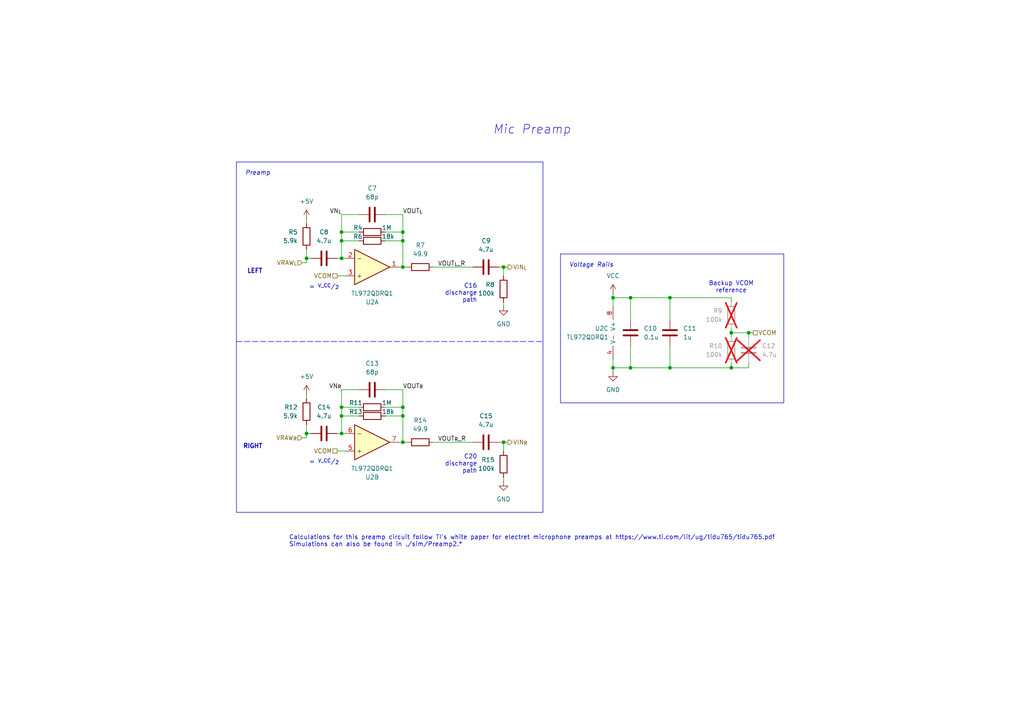
<source format=kicad_sch>
(kicad_sch (version 20231120) (generator "eeschema") (generator_version "8.0")
  (paper "A4")
  (title_block (title "Microphone Preamplifier") (date "2024-09-15") (rev "1") (company "Tachyon PCBAs") (comment 1 "first try surely"))
  (lib_symbols
    (symbol "Device:C" (pin_numbers hide) (pin_names (offset 0.254))
      (property "Reference" "C" (at 0.635 2.54 0))
      (property "Value" "C" (at 0.635 -2.54 0))
      (symbol "C_0_1"
        (polyline (pts (xy -2.032 -0.762) (xy 2.032 -0.762)) (stroke (width 0.508)))
        (polyline (pts (xy -2.032 0.762) (xy 2.032 0.762)) (stroke (width 0.508)))
      )
      (symbol "C_1_1"
        (pin passive line (at 0 3.81 270) (length 2.794) (name "~") (number "1"))
        (pin passive line (at 0 -3.81 90) (length 2.794) (name "~") (number "2"))
      )
    )
    (symbol "Device:Opamp_Dual"
      (property "Reference" "U" (at 0 5.08 0))
      (property "Value" "Opamp_Dual" (at 0 -5.08 0))
      (symbol "Opamp_Dual_1_1"
        (polyline (pts (xy -5.08 5.08) (xy 5.08 0) (xy -5.08 -5.08) (xy -5.08 5.08)) (stroke (width 0.254)) (fill (type background)))
        (pin output line (at 7.62 0 180) (length 2.54) (name "~") (number "1"))
        (pin input line (at -7.62 -2.54 0) (length 2.54) (name "-") (number "2"))
        (pin input line (at -7.62 2.54 0) (length 2.54) (name "+") (number "3"))
      )
      (symbol "Opamp_Dual_2_1"
        (polyline (pts (xy -5.08 5.08) (xy 5.08 0) (xy -5.08 -5.08) (xy -5.08 5.08)) (stroke (width 0.254)) (fill (type background)))
        (pin input line (at -7.62 2.54 0) (length 2.54) (name "+") (number "5"))
        (pin input line (at -7.62 -2.54 0) (length 2.54) (name "-") (number "6"))
        (pin output line (at 7.62 0 180) (length 2.54) (name "~") (number "7"))
      )
      (symbol "Opamp_Dual_3_1"
        (pin power_in line (at -2.54 -7.62 90) (length 3.81) (name "V-") (number "4"))
        (pin power_in line (at -2.54 7.62 270) (length 3.81) (name "V+") (number "8"))
      )
    )
    (symbol "Device:R" (pin_numbers hide) (pin_names (offset 0))
      (property "Reference" "R" (at 2.032 0 90))
      (property "Value" "R" (at 0 0 90))
      (symbol "R_0_1"
        (rectangle (start -1.016 -2.54) (end 1.016 2.54) (stroke (width 0.254)))
      )
      (symbol "R_1_1"
        (pin passive line (at 0 3.81 270) (length 1.27) (name "~") (number "1"))
        (pin passive line (at 0 -3.81 90) (length 1.27) (name "~") (number "2"))
      )
    )
    (symbol "power:+5V" (power) (pin_numbers hide) (pin_names (offset 0) hide)
      (property "Value" "+5V" (at 0 3.556 0))
      (symbol "+5V_0_1"
        (polyline (pts (xy -0.762 1.27) (xy 0 2.54)))
        (polyline (pts (xy 0 0) (xy 0 2.54)))
        (polyline (pts (xy 0 2.54) (xy 0.762 1.27)))
      )
      (symbol "+5V_1_1"
        (pin power_in line (at 0 0 90) (length 0) (name "~") (number "1"))
      )
    )
    (symbol "power:GND" (power) (pin_numbers hide) (pin_names (offset 0) hide)
      (property "Value" "GND" (at 0 -3.81 0))
      (symbol "GND_0_1"
        (polyline (pts (xy 0 0) (xy 0 -1.27) (xy 1.27 -1.27) (xy 0 -2.54) (xy -1.27 -1.27) (xy 0 -1.27)))
      )
      (symbol "GND_1_1"
        (pin power_in line (at 0 0 270) (length 0) (name "~") (number "1"))
      )
    )
    (symbol "power:VCC" (power) (pin_numbers hide) (pin_names (offset 0) hide)
      (property "Value" "VCC" (at 0 3.556 0))
      (symbol "VCC_0_1"
        (polyline (pts (xy -0.762 1.27) (xy 0 2.54)))
        (polyline (pts (xy 0 0) (xy 0 2.54)))
        (polyline (pts (xy 0 2.54) (xy 0.762 1.27)))
      )
      (symbol "VCC_1_1"
        (pin power_in line (at 0 0 90) (length 0) (name "~") (number "1"))
      )
    )
  )
  (junction (at 116.84 69.85))
  (junction (at 177.8 106.68))
  (junction (at 99.06 125.73))
  (junction (at 116.84 77.47))
  (junction (at 88.9 125.73))
  (junction (at 212.09 106.68))
  (junction (at 182.88 106.68))
  (junction (at 88.9 74.93))
  (junction (at 99.06 69.85))
  (junction (at 146.05 77.47))
  (junction (at 116.84 128.27))
  (junction (at 194.31 106.68))
  (junction (at 99.06 120.65))
  (junction (at 116.84 118.11))
  (junction (at 116.84 67.31))
  (junction (at 194.31 86.36))
  (junction (at 146.05 128.27))
  (junction (at 116.84 120.65))
  (junction (at 182.88 86.36))
  (junction (at 212.09 96.52))
  (junction (at 99.06 74.93))
  (junction (at 99.06 118.11))
  (junction (at 99.06 67.31))
  (junction (at 217.17 96.52))
  (junction (at 177.8 86.36))
  (wire (pts (xy 116.84 113.03) (xy 111.76 113.03)))
  (wire (pts (xy 99.06 67.31) (xy 99.06 69.85)))
  (wire (pts (xy 116.84 62.23) (xy 111.76 62.23)))
  (wire (pts (xy 217.17 96.52) (xy 218.44 96.52)))
  (wire (pts (xy 111.76 67.31) (xy 116.84 67.31)))
  (wire (pts (xy 212.09 86.36) (xy 212.09 87.63)))
  (polyline (pts (xy 68.58 99.06) (xy 157.48 99.06)) (stroke (width 0) (type dash)))
  (wire (pts (xy 99.06 69.85) (xy 99.06 74.93)))
  (wire (pts (xy 118.11 77.47) (xy 116.84 77.47)))
  (wire (pts (xy 217.17 106.68) (xy 212.09 106.68)))
  (wire (pts (xy 111.76 120.65) (xy 116.84 120.65)))
  (wire (pts (xy 146.05 128.27) (xy 144.78 128.27)))
  (wire (pts (xy 97.79 80.01) (xy 100.33 80.01)))
  (wire (pts (xy 104.14 113.03) (xy 99.06 113.03)))
  (wire (pts (xy 212.09 95.25) (xy 212.09 96.52)))
  (wire (pts (xy 212.09 96.52) (xy 212.09 97.79)))
  (wire (pts (xy 116.84 118.11) (xy 116.84 120.65)))
  (wire (pts (xy 99.06 118.11) (xy 104.14 118.11)))
  (wire (pts (xy 146.05 128.27) (xy 147.32 128.27)))
  (wire (pts (xy 99.06 62.23) (xy 99.06 67.31)))
  (wire (pts (xy 146.05 77.47) (xy 147.32 77.47)))
  (wire (pts (xy 116.84 67.31) (xy 116.84 69.85)))
  (wire (pts (xy 88.9 63.5) (xy 88.9 64.77)))
  (wire (pts (xy 116.84 118.11) (xy 116.84 113.03)))
  (wire (pts (xy 118.11 128.27) (xy 116.84 128.27)))
  (wire (pts (xy 99.06 120.65) (xy 104.14 120.65)))
  (wire (pts (xy 97.79 130.81) (xy 100.33 130.81)))
  (wire (pts (xy 88.9 72.39) (xy 88.9 74.93)))
  (wire (pts (xy 125.73 77.47) (xy 137.16 77.47)))
  (wire (pts (xy 182.88 106.68) (xy 177.8 106.68)))
  (wire (pts (xy 99.06 120.65) (xy 99.06 125.73)))
  (wire (pts (xy 146.05 80.01) (xy 146.05 77.47)))
  (wire (pts (xy 217.17 96.52) (xy 217.17 97.79)))
  (wire (pts (xy 99.06 118.11) (xy 99.06 120.65)))
  (wire (pts (xy 99.06 74.93) (xy 100.33 74.93)))
  (wire (pts (xy 212.09 105.41) (xy 212.09 106.68)))
  (wire (pts (xy 88.9 76.2) (xy 88.9 74.93)))
  (wire (pts (xy 177.8 85.09) (xy 177.8 86.36)))
  (wire (pts (xy 88.9 127) (xy 88.9 125.73)))
  (wire (pts (xy 194.31 86.36) (xy 194.31 92.71)))
  (wire (pts (xy 182.88 100.33) (xy 182.88 106.68)))
  (wire (pts (xy 99.06 125.73) (xy 100.33 125.73)))
  (wire (pts (xy 116.84 77.47) (xy 115.57 77.47)))
  (wire (pts (xy 182.88 86.36) (xy 182.88 92.71)))
  (wire (pts (xy 88.9 114.3) (xy 88.9 115.57)))
  (wire (pts (xy 194.31 106.68) (xy 182.88 106.68)))
  (wire (pts (xy 146.05 87.63) (xy 146.05 88.9)))
  (wire (pts (xy 99.06 69.85) (xy 104.14 69.85)))
  (wire (pts (xy 177.8 86.36) (xy 177.8 88.9)))
  (wire (pts (xy 125.73 128.27) (xy 137.16 128.27)))
  (wire (pts (xy 116.84 67.31) (xy 116.84 62.23)))
  (wire (pts (xy 177.8 86.36) (xy 182.88 86.36)))
  (wire (pts (xy 116.84 128.27) (xy 115.57 128.27)))
  (wire (pts (xy 146.05 138.43) (xy 146.05 139.7)))
  (wire (pts (xy 194.31 86.36) (xy 212.09 86.36)))
  (wire (pts (xy 146.05 77.47) (xy 144.78 77.47)))
  (wire (pts (xy 212.09 96.52) (xy 217.17 96.52)))
  (wire (pts (xy 87.63 127) (xy 88.9 127)))
  (wire (pts (xy 88.9 74.93) (xy 90.17 74.93)))
  (wire (pts (xy 182.88 86.36) (xy 194.31 86.36)))
  (wire (pts (xy 177.8 104.14) (xy 177.8 106.68)))
  (wire (pts (xy 104.14 62.23) (xy 99.06 62.23)))
  (wire (pts (xy 194.31 106.68) (xy 212.09 106.68)))
  (wire (pts (xy 97.79 125.73) (xy 99.06 125.73)))
  (wire (pts (xy 97.79 74.93) (xy 99.06 74.93)))
  (wire (pts (xy 177.8 106.68) (xy 177.8 107.95)))
  (wire (pts (xy 99.06 113.03) (xy 99.06 118.11)))
  (wire (pts (xy 88.9 123.19) (xy 88.9 125.73)))
  (wire (pts (xy 99.06 67.31) (xy 104.14 67.31)))
  (wire (pts (xy 111.76 69.85) (xy 116.84 69.85)))
  (wire (pts (xy 217.17 105.41) (xy 217.17 106.68)))
  (wire (pts (xy 88.9 125.73) (xy 90.17 125.73)))
  (wire (pts (xy 146.05 130.81) (xy 146.05 128.27)))
  (wire (pts (xy 87.63 76.2) (xy 88.9 76.2)))
  (wire (pts (xy 194.31 100.33) (xy 194.31 106.68)))
  (wire (pts (xy 116.84 69.85) (xy 116.84 77.47)))
  (wire (pts (xy 111.76 118.11) (xy 116.84 118.11)))
  (wire (pts (xy 116.84 120.65) (xy 116.84 128.27)))
  (rectangle (start 68.58 46.99) (end 157.48 148.59))
  (rectangle (start 162.56 73.66) (end 227.33 116.84))
  (text "RIGHT" (at 76.2 129.54 0) (effects (font (size 1.27 1.27) (thickness 0.254) (bold yes)) (justify right)))
  (text "= ^{V_CC}/_{2}" (at 93.98 133.35 0) (effects (font (size 1.27 1.27)) (justify top)))
  (text "LEFT" (at 76.2 78.74 0) (effects (font (size 1.27 1.27) (thickness 0.254) (bold yes)) (justify right)))
  (text "Mic Preamp" (at 154.305 36.195 0) (effects (font (size 2.54 2.54) (italic yes)) (justify top)))
  (text "C20\ndischarge\npath" (at 138.43 134.62 0) (effects (font (size 1.27 1.27)) (justify right)))
  (text "Backup VCOM\nreference" (at 212.09 85.09 0) (effects (font (size 1.27 1.27)) (justify bottom)))
  (text "Calculations for this preamp circuit follow TI's white paper for electret microphone preamps at https://www.ti.com/lit/ug/tidu765/tidu765.pdf\nSimulations can also be found in ./sim/Preamp2.*" (at 83.82 158.75 0) (effects (font (size 1.27 1.27)) (justify left bottom)))
  (text "= ^{V_CC}/_{2}" (at 93.98 82.55 0) (effects (font (size 1.27 1.27)) (justify top)))
  (text "Voltage Rails" (at 165.1 76.2 0) (effects (font (size 1.27 1.27) (italic yes)) (justify left top)))
  (text "Preamp" (at 71.12 49.53 0) (effects (font (size 1.27 1.27) (italic yes)) (justify left top)))
  (text "C16\ndischarge\npath" (at 138.43 85.09 0) (effects (font (size 1.27 1.27)) (justify right)))
  (label "VN_{R}" (at 99.06 113.03 180))
  (label "VN_{L}" (at 99.06 62.23 180))
  (label "VOUT_{L}" (at 116.84 62.23 0))
  (label "VOUT_{L}_R" (at 127 77.47 0))
  (label "VOUT_{R}" (at 116.84 113.03 0))
  (label "VOUT_{R}_R" (at 127 128.27 0))
  (hierarchical_label "VRAW_{L}" (shape input) (at 87.63 76.2 180))
  (hierarchical_label "VCOM" (shape passive) (at 97.79 80.01 180))
  (hierarchical_label "VRAW_{R}" (shape input) (at 87.63 127 180))
  (hierarchical_label "VCOM" (shape passive) (at 218.44 96.52 0))
  (hierarchical_label "VIN_{L}" (shape output) (at 147.32 77.47 0))
  (hierarchical_label "VCOM" (shape passive) (at 97.79 130.81 180))
  (hierarchical_label "VIN_{R}" (shape output) (at 147.32 128.27 0))
  (symbol (lib_id "Device:R") (at 107.95 69.85 90) (unit 1)
    (property "Reference" "R6" (at 105.156 68.58 90) (effects (justify left)))
    (property "Value" "18k" (at 110.744 68.58 90) (effects (justify right)))
    (property "Footprint" "Resistor_SMD:R_0603_1608Metric_Pad0.98x0.95mm_HandSolder" (effects (hide yes)))
    (property "Datasheet" "https://www.mouser.com/datasheet/2/315/AOA0000C307-1149632.pdf" (effects (hide yes)))
    (property "Description" "Resistor" (effects (hide yes)))
    (property "Mouser Part Number" "667-ERA-3AEB183V" (effects (hide yes)))
  )
  (symbol (lib_id "power:GND") (at 177.8 107.95 0) (unit 1)
    (property "Reference" "#PWR015" (effects (hide yes)))
    (property "Value" "GND" (at 177.8 113.03 0))
    (property "Description" "Power symbol creates a global label with name \"GND\" , ground" (effects (hide yes)))
  )
  (symbol (lib_id "Device:C") (at 217.17 101.6 180) (unit 1) (dnp yes)
    (property "Reference" "C12" (at 220.98 100.3299 0) (effects (justify right)))
    (property "Value" "4.7u" (at 220.98 102.8699 0) (effects (justify right)))
    (property "Footprint" "Capacitor_SMD:C_1206_3216Metric_Pad1.33x1.80mm_HandSolder" (effects (hide yes)))
    (property "Datasheet" "https://www.mouser.com/datasheet/2/40/TAJ-3165264.pdf" (effects (hide yes)))
    (property "Description" "Unpolarized capacitor" (effects (hide yes)))
    (property "Mouser Part Number" "581-TAJA475K016R" (effects (hide yes)))
  )
  (symbol (lib_id "Device:R") (at 121.92 128.27 90) (unit 1)
    (property "Reference" "R14" (at 121.92 121.92 90))
    (property "Value" "49.9" (at 121.92 124.46 90))
    (property "Footprint" "Resistor_SMD:R_0603_1608Metric_Pad0.98x0.95mm_HandSolder" (effects (hide yes)))
    (property "Datasheet" "https://www.mouser.com/datasheet/2/210/Kamaya_RMC_series_8_2022-3032447.pdf" (effects (hide yes)))
    (property "Description" "Resistor" (effects (hide yes)))
    (property "Mouser Part Number" "791-RMC1/16K49R9FTP" (effects (hide yes)))
  )
  (symbol (lib_id "power:+5V") (at 88.9 63.5 0) (unit 1)
    (property "Reference" "#PWR012" (effects (hide yes)))
    (property "Value" "+5V" (at 88.9 58.42 0))
    (property "Description" "Power symbol creates a global label with name \"+5V\"" (effects (hide yes)))
  )
  (symbol (lib_id "Device:C") (at 93.98 125.73 90) (unit 1)
    (property "Reference" "C14" (at 93.98 118.11 90))
    (property "Value" "4.7u" (at 93.98 120.65 90))
    (property "Footprint" "Capacitor_SMD:C_1206_3216Metric_Pad1.33x1.80mm_HandSolder" (effects (hide yes)))
    (property "Datasheet" "https://www.mouser.com/datasheet/2/40/TAJ-3165264.pdf" (effects (hide yes)))
    (property "Description" "Unpolarized capacitor" (effects (hide yes)))
    (property "Mouser Part Number" "581-TAJA475K016R" (effects (hide yes)))
  )
  (symbol (lib_id "Device:R") (at 146.05 83.82 0) (mirror y) (unit 1)
    (property "Reference" "R8" (at 143.51 82.5499 0) (effects (justify left)))
    (property "Value" "100k" (at 143.51 85.0899 0) (effects (justify left)))
    (property "Footprint" "Resistor_SMD:R_0603_1608Metric_Pad0.98x0.95mm_HandSolder" (effects (hide yes)))
    (property "Datasheet" "https://www.mouser.com/datasheet/2/447/PYu_RT_1_to_0_01_RoHS_L_15-3461507.pdf" (effects (hide yes)))
    (property "Description" "Resistor" (effects (hide yes)))
    (property "Mouser Part Number" "603-RT0603FRE10100KL" (effects (hide yes)))
  )
  (symbol (lib_id "Device:C") (at 93.98 74.93 90) (unit 1)
    (property "Reference" "C8" (at 93.98 67.31 90))
    (property "Value" "4.7u" (at 93.98 69.85 90))
    (property "Footprint" "Capacitor_SMD:C_1206_3216Metric_Pad1.33x1.80mm_HandSolder" (effects (hide yes)))
    (property "Datasheet" "https://www.mouser.com/datasheet/2/40/TAJ-3165264.pdf" (effects (hide yes)))
    (property "Description" "Unpolarized capacitor" (effects (hide yes)))
    (property "Mouser Part Number" "581-TAJA475K016R" (effects (hide yes)))
  )
  (symbol (lib_id "Device:C") (at 107.95 113.03 90) (unit 1)
    (property "Reference" "C13" (at 107.95 105.41 90))
    (property "Value" "68p" (at 107.95 107.95 90))
    (property "Footprint" "Capacitor_SMD:C_0603_1608Metric_Pad1.08x0.95mm_HandSolder" (effects (hide yes)))
    (property "Datasheet" "https://www.vishay.com/docs/45258/vjhifreqseries.pdf" (effects (hide yes)))
    (property "Description" "Unpolarized capacitor" (effects (hide yes)))
    (property "Mouser Part Number" "77-VJ0603D680FXPAJ" (effects (hide yes)))
  )
  (symbol (lib_id "Device:Opamp_Dual") (at 175.26 96.52 0) (mirror y) (unit 3)
    (property "Reference" "U2" (at 176.53 95.2499 0) (effects (justify left)))
    (property "Value" "TL972QDRQ1" (at 176.53 97.7899 0) (effects (justify left)))
    (property "Footprint" "Package_SO:SOIC-8_3.9x4.9mm_P1.27mm" (effects (hide yes)))
    (property "Datasheet" "https://www.ti.com/lit/ds/symlink/tl972-q1.pdf?ts=1726304035867" (effects (hide yes)))
    (property "Description" "Dual operational amplifier" (effects (hide yes)))
    (property "Sim.Library" "${KICAD7_SYMBOL_DIR}/Simulation_SPICE.sp" (effects (hide yes)))
    (property "Sim.Name" "kicad_builtin_opamp_dual" (effects (hide yes)))
    (property "Sim.Device" "SUBCKT" (effects (hide yes)))
    (property "Sim.Pins" "1=out1 2=in1- 3=in1+ 4=vee 5=in2+ 6=in2- 7=out2 8=vcc" (effects (hide yes)))
    (property "Mouser Part Number" "595-TL972QDRQ1 " (effects (hide yes)))
  )
  (symbol (lib_id "power:VCC") (at 177.8 85.09 0) (mirror y) (unit 1)
    (property "Reference" "#PWR013" (effects (hide yes)))
    (property "Value" "VCC" (at 177.8 80.01 0))
    (property "Description" "Power symbol creates a global label with name \"VCC\"" (effects (hide yes)))
  )
  (symbol (lib_id "Device:R") (at 107.95 118.11 90) (unit 1)
    (property "Reference" "R11" (at 105.156 116.84 90) (effects (justify left)))
    (property "Value" "1M" (at 110.744 116.84 90) (effects (justify right)))
    (property "Footprint" "Resistor_SMD:R_0603_1608Metric_Pad0.98x0.95mm_HandSolder" (effects (hide yes)))
    (property "Datasheet" "https://www.mouser.com/datasheet/2/54/cr-1858361.pdf" (effects (hide yes)))
    (property "Description" "Resistor" (effects (hide yes)))
    (property "Mouser Part Number" "652-CR0603FX-1004ELF" (effects (hide yes)))
  )
  (symbol (lib_id "Device:Opamp_Dual") (at 107.95 128.27 0) (mirror x) (unit 2)
    (property "Reference" "U2" (at 107.95 138.43 0))
    (property "Value" "TL972QDRQ1" (at 107.95 135.89 0))
    (property "Footprint" "Package_SO:SOIC-8_3.9x4.9mm_P1.27mm" (effects (hide yes)))
    (property "Datasheet" "https://www.ti.com/lit/ds/symlink/tl972-q1.pdf?ts=1726304035867" (effects (hide yes)))
    (property "Description" "Dual operational amplifier" (effects (hide yes)))
    (property "Sim.Library" "${KICAD7_SYMBOL_DIR}/Simulation_SPICE.sp" (effects (hide yes)))
    (property "Sim.Name" "kicad_builtin_opamp_dual" (effects (hide yes)))
    (property "Sim.Device" "SUBCKT" (effects (hide yes)))
    (property "Sim.Pins" "1=out1 2=in1- 3=in1+ 4=vee 5=in2+ 6=in2- 7=out2 8=vcc" (effects (hide yes)))
    (property "Mouser Part Number" "595-TL972QDRQ1 " (effects (hide yes)))
  )
  (symbol (lib_id "power:+5V") (at 88.9 114.3 0) (unit 1)
    (property "Reference" "#PWR016" (effects (hide yes)))
    (property "Value" "+5V" (at 88.9 109.22 0))
    (property "Description" "Power symbol creates a global label with name \"+5V\"" (effects (hide yes)))
  )
  (symbol (lib_id "Device:C") (at 107.95 62.23 90) (unit 1)
    (property "Reference" "C7" (at 107.95 54.61 90))
    (property "Value" "68p" (at 107.95 57.15 90))
    (property "Footprint" "Capacitor_SMD:C_0603_1608Metric_Pad1.08x0.95mm_HandSolder" (effects (hide yes)))
    (property "Datasheet" "https://www.vishay.com/docs/45258/vjhifreqseries.pdf" (effects (hide yes)))
    (property "Description" "Unpolarized capacitor" (effects (hide yes)))
    (property "Mouser Part Number" "77-VJ0603D680FXPAJ" (effects (hide yes)))
  )
  (symbol (lib_id "Device:Opamp_Dual") (at 107.95 77.47 0) (mirror x) (unit 1)
    (property "Reference" "U2" (at 107.95 87.63 0))
    (property "Value" "TL972QDRQ1" (at 107.95 85.09 0))
    (property "Footprint" "Package_SO:SOIC-8_3.9x4.9mm_P1.27mm" (effects (hide yes)))
    (property "Datasheet" "https://www.ti.com/lit/ds/symlink/tl972-q1.pdf?ts=1726304035867" (effects (hide yes)))
    (property "Description" "Dual operational amplifier" (effects (hide yes)))
    (property "Sim.Library" "${KICAD7_SYMBOL_DIR}/Simulation_SPICE.sp" (effects (hide yes)))
    (property "Sim.Name" "kicad_builtin_opamp_dual" (effects (hide yes)))
    (property "Sim.Device" "SUBCKT" (effects (hide yes)))
    (property "Sim.Pins" "1=out1 2=in1- 3=in1+ 4=vee 5=in2+ 6=in2- 7=out2 8=vcc" (effects (hide yes)))
    (property "Mouser Part Number" "595-TL972QDRQ1 " (effects (hide yes)))
  )
  (symbol (lib_id "Device:R") (at 212.09 91.44 0) (mirror y) (unit 1) (dnp yes)
    (property "Reference" "R9" (at 209.55 90.1699 0) (effects (justify left)))
    (property "Value" "100k" (at 209.55 92.7099 0) (effects (justify left)))
    (property "Footprint" "Resistor_SMD:R_0603_1608Metric_Pad0.98x0.95mm_HandSolder" (effects (hide yes)))
    (property "Datasheet" "https://www.mouser.com/datasheet/2/447/PYu_RT_1_to_0_01_RoHS_L_15-3461507.pdf" (effects (hide yes)))
    (property "Description" "Resistor" (effects (hide yes)))
    (property "Mouser Part Number" "603-RT0603FRE10100KL" (effects (hide yes)))
  )
  (symbol (lib_id "Device:R") (at 88.9 68.58 0) (mirror y) (unit 1)
    (property "Reference" "R5" (at 86.36 67.3099 0) (effects (justify left)))
    (property "Value" "5.9k" (at 86.36 69.8499 0) (effects (justify left)))
    (property "Footprint" "Resistor_SMD:R_0603_1608Metric_Pad0.98x0.95mm_HandSolder" (effects (hide yes)))
    (property "Datasheet" "https://www.mouser.com/datasheet/2/315/AOA0000C307-1149632.pdf" (effects (hide yes)))
    (property "Description" "Resistor" (effects (hide yes)))
    (property "Mouser Part Number" "667-ERA-3AEB5901V" (effects (hide yes)))
  )
  (symbol (lib_id "Device:R") (at 121.92 77.47 90) (unit 1)
    (property "Reference" "R7" (at 121.92 71.12 90))
    (property "Value" "49.9" (at 121.92 73.66 90))
    (property "Footprint" "Resistor_SMD:R_0603_1608Metric_Pad0.98x0.95mm_HandSolder" (effects (hide yes)))
    (property "Datasheet" "https://www.mouser.com/datasheet/2/210/Kamaya_RMC_series_8_2022-3032447.pdf" (effects (hide yes)))
    (property "Description" "Resistor" (effects (hide yes)))
    (property "Mouser Part Number" "791-RMC1/16K49R9FTP" (effects (hide yes)))
  )
  (symbol (lib_id "Device:C") (at 182.88 96.52 0) (unit 1)
    (property "Reference" "C10" (at 186.69 95.2499 0) (effects (justify left)))
    (property "Value" "0.1u" (at 186.69 97.7899 0) (effects (justify left)))
    (property "Footprint" "Capacitor_SMD:C_0805_2012Metric_Pad1.18x1.45mm_HandSolder" (effects (hide yes)))
    (property "Datasheet" "https://www.vishay.com/docs/40179/tmcp.pdf" (effects (hide yes)))
    (property "Description" "Unpolarized capacitor" (effects (hide yes)))
    (property "Mouser Part Number" "74-TMCP1E104KTRF" (effects (hide yes)))
  )
  (symbol (lib_id "power:GND") (at 146.05 139.7 0) (unit 1)
    (property "Reference" "#PWR017" (effects (hide yes)))
    (property "Value" "GND" (at 146.05 144.78 0))
    (property "Description" "Power symbol creates a global label with name \"GND\" , ground" (effects (hide yes)))
  )
  (symbol (lib_id "Device:R") (at 88.9 119.38 0) (mirror y) (unit 1)
    (property "Reference" "R12" (at 86.36 118.1099 0) (effects (justify left)))
    (property "Value" "5.9k" (at 86.36 120.6499 0) (effects (justify left)))
    (property "Footprint" "Resistor_SMD:R_0603_1608Metric_Pad0.98x0.95mm_HandSolder" (effects (hide yes)))
    (property "Datasheet" "https://www.mouser.com/datasheet/2/315/AOA0000C307-1149632.pdf" (effects (hide yes)))
    (property "Description" "Resistor" (effects (hide yes)))
    (property "Mouser Part Number" "667-ERA-3AEB5901V" (effects (hide yes)))
  )
  (symbol (lib_id "Device:C") (at 194.31 96.52 0) (unit 1)
    (property "Reference" "C11" (at 198.12 95.2499 0) (effects (justify left)))
    (property "Value" "1u" (at 198.12 97.7899 0) (effects (justify left)))
    (property "Footprint" "Capacitor_SMD:C_1206_3216Metric_Pad1.33x1.80mm_HandSolder" (effects (hide yes)))
    (property "Datasheet" "https://www.mouser.com/datasheet/2/40/TAJ_AUTO-3165268.pdf" (effects (hide yes)))
    (property "Description" "Unpolarized capacitor" (effects (hide yes)))
    (property "Mouser Part Number" "581-TAJA105K020TNJ" (effects (hide yes)))
  )
  (symbol (lib_id "power:GND") (at 146.05 88.9 0) (unit 1)
    (property "Reference" "#PWR014" (effects (hide yes)))
    (property "Value" "GND" (at 146.05 93.98 0))
    (property "Description" "Power symbol creates a global label with name \"GND\" , ground" (effects (hide yes)))
  )
  (symbol (lib_id "Device:C") (at 140.97 77.47 90) (unit 1)
    (property "Reference" "C9" (at 140.97 69.85 90))
    (property "Value" "4.7u" (at 140.97 72.39 90))
    (property "Footprint" "Capacitor_SMD:C_1206_3216Metric_Pad1.33x1.80mm_HandSolder" (effects (hide yes)))
    (property "Datasheet" "https://www.mouser.com/datasheet/2/40/TAJ-3165264.pdf" (effects (hide yes)))
    (property "Description" "Unpolarized capacitor" (effects (hide yes)))
    (property "Mouser Part Number" "581-TAJA475K016R" (effects (hide yes)))
  )
  (symbol (lib_id "Device:R") (at 146.05 134.62 0) (mirror y) (unit 1)
    (property "Reference" "R15" (at 143.51 133.3499 0) (effects (justify left)))
    (property "Value" "100k" (at 143.51 135.8899 0) (effects (justify left)))
    (property "Footprint" "Resistor_SMD:R_0603_1608Metric_Pad0.98x0.95mm_HandSolder" (effects (hide yes)))
    (property "Datasheet" "https://www.mouser.com/datasheet/2/447/PYu_RT_1_to_0_01_RoHS_L_15-3461507.pdf" (effects (hide yes)))
    (property "Description" "Resistor" (effects (hide yes)))
    (property "Mouser Part Number" "603-RT0603FRE10100KL" (effects (hide yes)))
  )
  (symbol (lib_id "Device:R") (at 212.09 101.6 0) (mirror y) (unit 1) (dnp yes)
    (property "Reference" "R10" (at 209.55 100.3299 0) (effects (justify left)))
    (property "Value" "100k" (at 209.55 102.8699 0) (effects (justify left)))
    (property "Footprint" "Resistor_SMD:R_0603_1608Metric_Pad0.98x0.95mm_HandSolder" (effects (hide yes)))
    (property "Datasheet" "https://www.mouser.com/datasheet/2/447/PYu_RT_1_to_0_01_RoHS_L_15-3461507.pdf" (effects (hide yes)))
    (property "Description" "Resistor" (effects (hide yes)))
    (property "Mouser Part Number" "603-RT0603FRE10100KL" (effects (hide yes)))
  )
  (symbol (lib_id "Device:C") (at 140.97 128.27 90) (unit 1)
    (property "Reference" "C15" (at 140.97 120.65 90))
    (property "Value" "4.7u" (at 140.97 123.19 90))
    (property "Footprint" "Capacitor_SMD:C_1206_3216Metric_Pad1.33x1.80mm_HandSolder" (effects (hide yes)))
    (property "Datasheet" "https://www.mouser.com/datasheet/2/40/TAJ-3165264.pdf" (effects (hide yes)))
    (property "Description" "Unpolarized capacitor" (effects (hide yes)))
    (property "Mouser Part Number" "581-TAJA475K016R" (effects (hide yes)))
  )
  (symbol (lib_id "Device:R") (at 107.95 120.65 90) (unit 1)
    (property "Reference" "R13" (at 105.156 119.38 90) (effects (justify left)))
    (property "Value" "18k" (at 110.744 119.38 90) (effects (justify right)))
    (property "Footprint" "Resistor_SMD:R_0603_1608Metric_Pad0.98x0.95mm_HandSolder" (effects (hide yes)))
    (property "Datasheet" "https://www.mouser.com/datasheet/2/315/AOA0000C307-1149632.pdf" (effects (hide yes)))
    (property "Description" "Resistor" (effects (hide yes)))
    (property "Mouser Part Number" "667-ERA-3AEB183V" (effects (hide yes)))
  )
  (symbol (lib_id "Device:R") (at 107.95 67.31 90) (unit 1)
    (property "Reference" "R4" (at 105.156 66.04 90) (effects (justify left)))
    (property "Value" "1M" (at 110.744 66.04 90) (effects (justify right)))
    (property "Footprint" "Resistor_SMD:R_0603_1608Metric_Pad0.98x0.95mm_HandSolder" (effects (hide yes)))
    (property "Datasheet" "https://www.mouser.com/datasheet/2/54/cr-1858361.pdf" (effects (hide yes)))
    (property "Description" "Resistor" (effects (hide yes)))
    (property "Mouser Part Number" "652-CR0603FX-1004ELF" (effects (hide yes)))
  )
)
</source>
